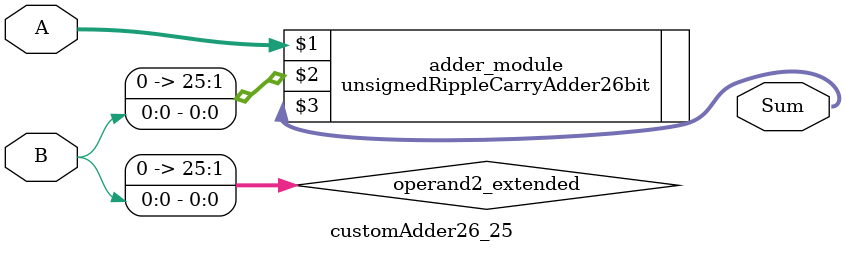
<source format=v>

module customAdder26_25(
                    input [25 : 0] A,
                    input [0 : 0] B,
                    
                    output [26 : 0] Sum
            );

    wire [25 : 0] operand2_extended;
    
    assign operand2_extended =  {25'b0, B};
    
    unsignedRippleCarryAdder26bit adder_module(
        A,
        operand2_extended,
        Sum
    );
    
endmodule
        
</source>
